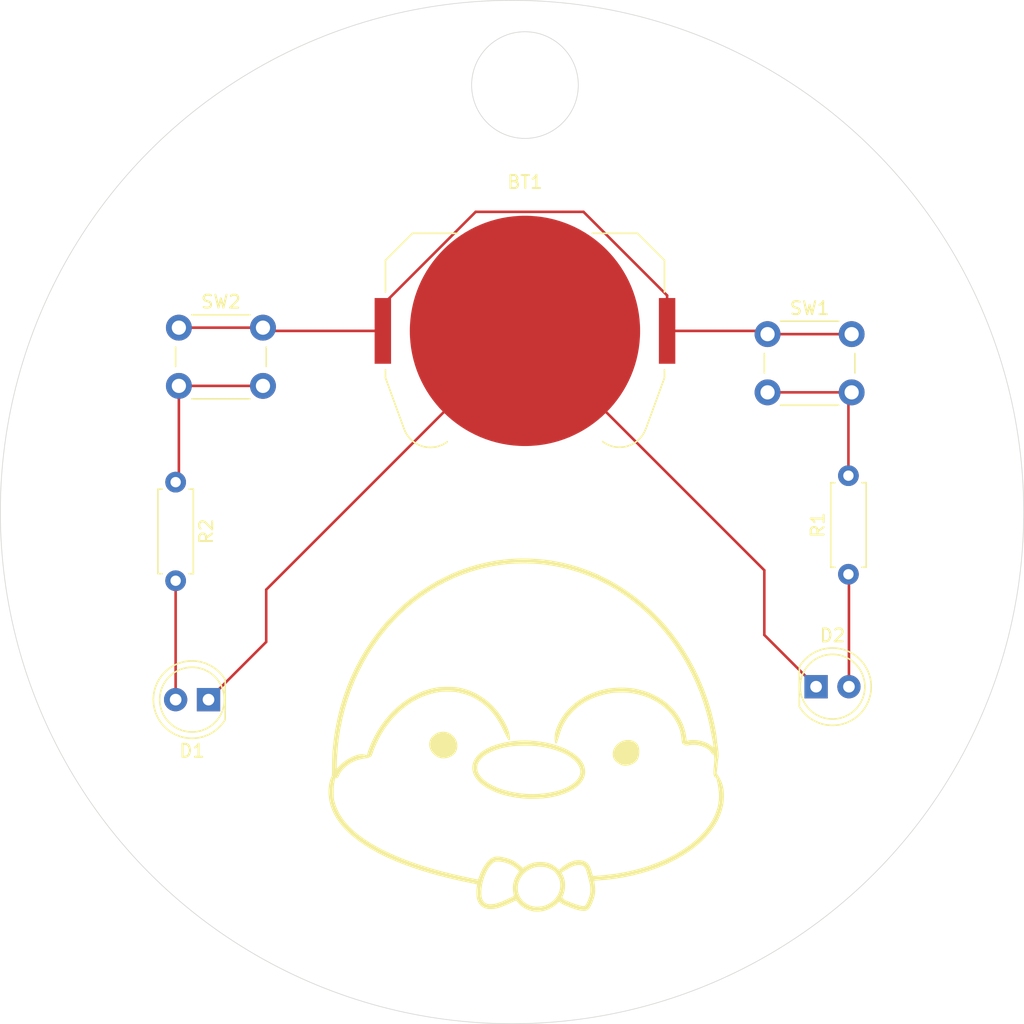
<source format=kicad_pcb>
(kicad_pcb (version 20241229) (generator "pcbnew") (generator_version "9.0")
  (layers (0 "F.Cu" signal) (2 "B.Cu" signal) (13 "F.Paste" user) (15 "B.Paste" user) (5 "F.SilkS" user "F.Silkscreen") (7 "B.SilkS" user "B.Silkscreen") (1 "F.Mask" user) (3 "B.Mask" user) (25 "Edge.Cuts" user))
  (net 0 "")
  (net 1 "Net-(BT1-+)")
  (net 2 "Net-(BT1--)")
  (net 3 "Net-(D1-A)")
  (net 4 "Net-(D2-A)")
  (net 5 "Net-(R1-Pad2)")
  (net 6 "Net-(R2-Pad1)")
  (footprint "LED_THT:LED_D5.0mm" (layer "F.Cu") (at 167.5 91.5)
    (property "Reference" "D2" (at 1.27 -3.96 0) (layer "F.SilkS"))
    (property "Value" "LED")
    (fp_line (start -1.29 -1.545) (end -1.29 1.545) (stroke (width 0.12)) (layer "F.SilkS"))
    (fp_arc (start -1.29 -1.54483) (mid 2.071779 -2.880495) (end 4.26 0) (stroke (width 0.12)) (layer "F.SilkS"))
    (fp_arc (start 4.26 0) (mid 2.071779 2.880495) (end -1.29 1.54483) (stroke (width 0.12)) (layer "F.SilkS"))
    (fp_circle (center 1.27 0) (end 3.77 0) (stroke (width 0.12)) (fill no) (layer "F.SilkS"))
    (pad "1" thru_hole rect (at 0 0) (size 1.8 1.8) (drill 0.9) (layers "*.Cu" "*.Mask") (net 2 "Net-(BT1--)"))
    (pad "2" thru_hole circle (at 2.54 0) (size 1.8 1.8) (drill 0.9) (layers "*.Cu" "*.Mask") (net 4 "Net-(D2-A)"))
  )
  (footprint "Resistor_THT:R_Axial_DIN0207_L6.3mm_D2.5mm_P7.62mm_Horizontal" (layer "F.Cu") (at 170 82.81 90)
    (property "Reference" "R1" (at 3.81 -2.37 90) (layer "F.SilkS"))
    (property "Value" "R")
    (fp_line (start 7.08 -1.37) (end 7.08 -1.04) (stroke (width 0.12)) (layer "F.SilkS"))
    (fp_line (start 0.54 -1.37) (end 7.08 -1.37) (stroke (width 0.12)) (layer "F.SilkS"))
    (fp_line (start 0.54 -1.04) (end 0.54 -1.37) (stroke (width 0.12)) (layer "F.SilkS"))
    (fp_line (start 0.54 1.04) (end 0.54 1.37) (stroke (width 0.12)) (layer "F.SilkS"))
    (fp_line (start 7.08 1.37) (end 7.08 1.04) (stroke (width 0.12)) (layer "F.SilkS"))
    (fp_line (start 0.54 1.37) (end 7.08 1.37) (stroke (width 0.12)) (layer "F.SilkS"))
    (pad "1" thru_hole circle (at 0 0 90) (size 1.6 1.6) (drill 0.8) (layers "*.Cu" "*.Mask") (net 4 "Net-(D2-A)"))
    (pad "2" thru_hole circle (at 7.62 0 90) (size 1.6 1.6) (drill 0.8) (layers "*.Cu" "*.Mask") (net 5 "Net-(R1-Pad2)"))
  )
  (footprint "LED_THT:LED_D5.0mm" (layer "F.Cu") (at 120.54 92.5 180)
    (property "Reference" "D1" (at 1.27 -3.96 0) (layer "F.SilkS"))
    (property "Value" "LED")
    (fp_line (start -1.29 -1.545) (end -1.29 1.545) (stroke (width 0.12)) (layer "F.SilkS"))
    (fp_arc (start 4.26 0) (mid 2.071779 2.880495) (end -1.29 1.54483) (stroke (width 0.12)) (layer "F.SilkS"))
    (fp_arc (start -1.29 -1.54483) (mid 2.071779 -2.880495) (end 4.26 0) (stroke (width 0.12)) (layer "F.SilkS"))
    (fp_circle (center 1.27 0) (end 3.77 0) (stroke (width 0.12)) (fill no) (layer "F.SilkS"))
    (pad "1" thru_hole rect (at 0 0 180) (size 1.8 1.8) (drill 0.9) (layers "*.Cu" "*.Mask") (net 2 "Net-(BT1--)"))
    (pad "2" thru_hole circle (at 2.54 0 180) (size 1.8 1.8) (drill 0.9) (layers "*.Cu" "*.Mask") (net 3 "Net-(D1-A)"))
  )
  (footprint "Button_Switch_THT:SW_PUSH_6mm" (layer "F.Cu") (at 118.25 63.75)
    (property "Reference" "SW2" (at 3.25 -2 0) (layer "F.SilkS"))
    (property "Value" "SW_Push")
    (fp_line (start -0.25 1.5) (end -0.25 3) (stroke (width 0.12)) (layer "F.SilkS"))
    (fp_line (start 1 5.5) (end 5.5 5.5) (stroke (width 0.12)) (layer "F.SilkS"))
    (fp_line (start 5.5 -1) (end 1 -1) (stroke (width 0.12)) (layer "F.SilkS"))
    (fp_line (start 6.75 3) (end 6.75 1.5) (stroke (width 0.12)) (layer "F.SilkS"))
    (pad "1" thru_hole circle (at 0 0 90) (size 2 2) (drill 1.1) (layers "*.Cu" "*.Mask") (net 1 "Net-(BT1-+)"))
    (pad "1" thru_hole circle (at 6.5 0 90) (size 2 2) (drill 1.1) (layers "*.Cu" "*.Mask") (net 1 "Net-(BT1-+)"))
    (pad "2" thru_hole circle (at 0 4.5 90) (size 2 2) (drill 1.1) (layers "*.Cu" "*.Mask") (net 6 "Net-(R2-Pad1)"))
    (pad "2" thru_hole circle (at 6.5 4.5 90) (size 2 2) (drill 1.1) (layers "*.Cu" "*.Mask") (net 6 "Net-(R2-Pad1)"))
  )
  (footprint "Button_Switch_THT:SW_PUSH_6mm" (layer "F.Cu") (at 163.75 64.25)
    (property "Reference" "SW1" (at 3.25 -2 0) (layer "F.SilkS"))
    (property "Value" "SW_Push")
    (fp_line (start -0.25 1.5) (end -0.25 3) (stroke (width 0.12)) (layer "F.SilkS"))
    (fp_line (start 1 5.5) (end 5.5 5.5) (stroke (width 0.12)) (layer "F.SilkS"))
    (fp_line (start 5.5 -1) (end 1 -1) (stroke (width 0.12)) (layer "F.SilkS"))
    (fp_line (start 6.75 3) (end 6.75 1.5) (stroke (width 0.12)) (layer "F.SilkS"))
    (pad "1" thru_hole circle (at 0 0 90) (size 2 2) (drill 1.1) (layers "*.Cu" "*.Mask") (net 1 "Net-(BT1-+)"))
    (pad "1" thru_hole circle (at 6.5 0 90) (size 2 2) (drill 1.1) (layers "*.Cu" "*.Mask") (net 1 "Net-(BT1-+)"))
    (pad "2" thru_hole circle (at 0 4.5 90) (size 2 2) (drill 1.1) (layers "*.Cu" "*.Mask") (net 5 "Net-(R1-Pad2)"))
    (pad "2" thru_hole circle (at 6.5 4.5 90) (size 2 2) (drill 1.1) (layers "*.Cu" "*.Mask") (net 5 "Net-(R1-Pad2)"))
  )
  (footprint "Resistor_THT:R_Axial_DIN0207_L6.3mm_D2.5mm_P7.62mm_Horizontal" (layer "F.Cu") (at 118 75.69 -90)
    (property "Reference" "R2" (at 3.81 -2.37 90) (layer "F.SilkS"))
    (property "Value" "R")
    (fp_line (start 0.54 1.37) (end 7.08 1.37) (stroke (width 0.12)) (layer "F.SilkS"))
    (fp_line (start 7.08 1.37) (end 7.08 1.04) (stroke (width 0.12)) (layer "F.SilkS"))
    (fp_line (start 0.54 1.04) (end 0.54 1.37) (stroke (width 0.12)) (layer "F.SilkS"))
    (fp_line (start 0.54 -1.04) (end 0.54 -1.37) (stroke (width 0.12)) (layer "F.SilkS"))
    (fp_line (start 0.54 -1.37) (end 7.08 -1.37) (stroke (width 0.12)) (layer "F.SilkS"))
    (fp_line (start 7.08 -1.37) (end 7.08 -1.04) (stroke (width 0.12)) (layer "F.SilkS"))
    (pad "1" thru_hole circle (at 0 0 270) (size 1.6 1.6) (drill 0.8) (layers "*.Cu" "*.Mask") (net 6 "Net-(R2-Pad1)"))
    (pad "2" thru_hole circle (at 7.62 0 270) (size 1.6 1.6) (drill 0.8) (layers "*.Cu" "*.Mask") (net 3 "Net-(D1-A)"))
  )
  (footprint "LOGO" (layer "F.Cu") (at 145.5 94)
    (property "Reference" "G***" (hide yes))
    (property "Value" "LOGO" (hide yes))
    (fp_poly (pts (xy -6.623602 0.992891) (xy -6.444611 1.041945) (xy -6.277984 1.125805) (xy -6.119757 1.246193) (xy -6.054062 1.308861) (xy -5.918017 1.46796) (xy -5.81948 1.633529) (xy -5.756973 1.809356) (xy -5.72902 1.999227) (xy -5.729175 2.141697) (xy -5.747791 2.301161) (xy -5.787489 2.437122) (xy -5.852615 2.561387) (xy -5.915156 2.647112) (xy -6.041566 2.774268) (xy -6.194738 2.879811) (xy -6.367382 2.961295) (xy -6.552207 3.016273) (xy -6.741921 3.0423) (xy -6.929234 3.036928) (xy -7.026775 3.020119) (xy -7.199862 2.962896) (xy -7.361883 2.875439) (xy -7.509394 2.76247) (xy -7.638951 2.628715) (xy -7.74711 2.478898) (xy -7.830428 2.317743) (xy -7.88546 2.149973) (xy -7.908763 1.980314) (xy -7.898769 1.823975) (xy -7.849638 1.648913) (xy -7.76689 1.487082) (xy -7.654697 1.341751) (xy -7.517229 1.216193) (xy -7.358656 1.11368) (xy -7.18315 1.037482) (xy -6.99488 0.990871) (xy -6.818924 0.976922)) (fill yes) (layer "F.SilkS"))
    (fp_poly (pts (xy 7.718711 1.640951) (xy 7.883056 1.697669) (xy 8.032915 1.785482) (xy 8.107663 1.847529) (xy 8.203008 1.957689) (xy 8.27261 2.087292) (xy 8.31744 2.239597) (xy 8.338472 2.417867) (xy 8.337127 2.617329) (xy 8.314066 2.822436) (xy 8.267414 2.99849) (xy 8.194872 3.149205) (xy 8.094138 3.278297) (xy 7.962911 3.389479) (xy 7.798893 3.486467) (xy 7.798856 3.486485) (xy 7.648458 3.547502) (xy 7.483899 3.589228) (xy 7.317068 3.609938) (xy 7.159853 3.607908) (xy 7.065467 3.592885) (xy 6.951427 3.555122) (xy 6.826515 3.495619) (xy 6.70122 3.421028) (xy 6.586029 3.338001) (xy 6.491429 3.253189) (xy 6.445541 3.199702) (xy 6.368607 3.083877) (xy 6.318869 2.977096) (xy 6.291721 2.865692) (xy 6.282559 2.736003) (xy 6.282449 2.715845) (xy 6.290663 2.568133) (xy 6.317862 2.437872) (xy 6.368215 2.31057) (xy 6.43281 2.193073) (xy 6.547932 2.035098) (xy 6.68526 1.900647) (xy 6.840209 1.790667) (xy 7.00819 1.706105) (xy 7.184617 1.647905) (xy 7.364904 1.617016) (xy 7.544464 1.614382)) (fill yes) (layer "F.SilkS"))
    (fp_poly (pts (xy -0.073557 1.66673) (xy 0.340706 1.699596) (xy 0.746835 1.751885) (xy 1.142275 1.822736) (xy 1.524474 1.911282) (xy 1.890876 2.016662) (xy 2.238927 2.138011) (xy 2.566073 2.274466) (xy 2.869761 2.425162) (xy 3.147435 2.589237) (xy 3.396543 2.765825) (xy 3.614528 2.954064) (xy 3.798838 3.15309) (xy 3.902341 3.29223) (xy 3.975382 3.407027) (xy 4.02971 3.509588) (xy 4.073271 3.616247) (xy 4.101457 3.701597) (xy 4.147833 3.914622) (xy 4.156158 4.126056) (xy 4.127457 4.334407) (xy 4.062757 4.538182) (xy 3.963082 4.735887) (xy 3.829459 4.92603) (xy 3.662913 5.107118) (xy 3.464469 5.277658) (xy 3.235155 5.436157) (xy 2.975994 5.581122) (xy 2.733867 5.692227) (xy 2.376678 5.82759) (xy 2.007597 5.939399) (xy 1.620063 6.029291) (xy 1.207511 6.098904) (xy 0.996461 6.125852) (xy 0.904614 6.134237) (xy 0.782758 6.142098) (xy 0.638374 6.149242) (xy 0.478941 6.155475) (xy 0.311941 6.160603) (xy 0.144855 6.164431) (xy -0.014837 6.166767) (xy -0.159653 6.167415) (xy -0.282114 6.166182) (xy -0.374738 6.162875) (xy -0.39077 6.16182) (xy -0.449476 6.156942) (xy -0.53665 6.149029) (xy -0.641889 6.139052) (xy -0.754791 6.127987) (xy -0.791309 6.124328) (xy -1.215802 6.070333) (xy -1.627522 5.995751) (xy -2.02359 5.901691) (xy -2.401128 5.78926) (xy -2.757258 5.659567) (xy -3.089102 5.513719) (xy -3.393781 5.352825) (xy -3.668419 5.177993) (xy -3.910136 4.990331) (xy -4.034575 4.87559) (xy -4.216 4.677426) (xy -4.359112 4.478295) (xy -4.464669 4.276521) (xy -4.533429 4.070424) (xy -4.56615 3.858326) (xy -4.56698 3.761153) (xy -4.188921 3.761153) (xy -4.182757 3.897137) (xy -4.161896 4.014838) (xy -4.1224 4.126924) (xy -4.060333 4.246067) (xy -4.015918 4.317999) (xy -3.876621 4.501707) (xy -3.701728 4.676902) (xy -3.493967 4.842711) (xy -3.256065 4.99826) (xy -2.990749 5.142676) (xy -2.700746 5.275083) (xy -2.388784 5.394609) (xy -2.057589 5.50038) (xy -1.70989 5.591522) (xy -1.348414 5.66716) (xy -0.975887 5.726422) (xy -0.595037 5.768434) (xy -0.208592 5.792321) (xy 0.180722 5.797211) (xy 0.556845 5.78308) (xy 0.992931 5.744746) (xy 1.403986 5.686544) (xy 1.788693 5.608937) (xy 2.145734 5.512385) (xy 2.473793 5.397353) (xy 2.771551 5.264302) (xy 3.037693 5.113693) (xy 3.270899 4.94599) (xy 3.469854 4.761654) (xy 3.470679 4.760779) (xy 3.606037 4.594005) (xy 3.702718 4.423065) (xy 3.7608 4.248809) (xy 3.780358 4.072087) (xy 3.76147 3.89375) (xy 3.704212 3.714649) (xy 3.608661 3.535635) (xy 3.474894 3.357557) (xy 3.330464 3.206865) (xy 3.108693 3.020372) (xy 2.852212 2.847004) (xy 2.563454 2.687731) (xy 2.244848 2.543525) (xy 1.898824 2.415358) (xy 1.527814 2.304202) (xy 1.134247 2.211028) (xy 0.720555 2.136808) (xy 0.615461 2.121494) (xy 0.302717 2.086371) (xy -0.031853 2.064098) (xy -0.379983 2.054443) (xy -0.733407 2.057175) (xy -1.083857 2.072063) (xy -1.423068 2.098876) (xy -1.742774 2.137382) (xy -2.034707 2.187349) (xy -2.080847 2.196939) (xy -2.414193 2.278798) (xy -2.725653 2.376636) (xy -3.013182 2.489217) (xy -3.274733 2.615305) (xy -3.508262 2.753664) (xy -3.711723 2.903057) (xy -3.88307 3.062249) (xy -4.020259 3.230004) (xy -4.121242 3.405086) (xy -4.136038 3.438768) (xy -4.161768 3.505963) (xy -4.177647 3.566272) (xy -4.185906 3.633305) (xy -4.188777 3.72067) (xy -4.188921 3.761153) (xy -4.56698 3.761153) (xy -4.567543 3.695248) (xy -4.537574 3.482418) (xy -4.470217 3.27613) (xy -4.366775 3.077449) (xy -4.228551 2.887437) (xy -4.056849 2.707159) (xy -3.85297 2.537678) (xy -3.618219 2.380059) (xy -3.353897 2.235364) (xy -3.061309 2.104658) (xy -2.741757 1.989005) (xy -2.396544 1.889468) (xy -2.337621 1.874768) (xy -2.048212 1.808004) (xy -1.782809 1.75565) (xy -1.52983 1.715979) (xy -1.277692 1.687263) (xy -1.014815 1.667773) (xy -0.916267 1.662727) (xy -0.493399 1.654153)) (fill yes) (layer "F.SilkS"))
    (fp_poly (pts (xy -0.090964 -12.399518) (xy 0.387655 -12.376811) (xy 0.849851 -12.338068) (xy 1.305545 -12.282553) (xy 1.523999 -12.249873) (xy 2.252938 -12.11479) (xy 2.971695 -11.942155) (xy 3.6795 -11.732338) (xy 4.375581 -11.485715) (xy 5.059166 -11.202657) (xy 5.729484 -10.883539) (xy 6.385763 -10.528733) (xy 7.027231 -10.138613) (xy 7.653118 -9.713553) (xy 8.262652 -9.253924) (xy 8.855061 -8.760102) (xy 8.997461 -8.633979) (xy 9.120411 -8.520841) (xy 9.263206 -8.384498) (xy 9.420097 -8.230821) (xy 9.585337 -8.06568) (xy 9.753178 -7.894945) (xy 9.917873 -7.724485) (xy 10.073673 -7.56017) (xy 10.214831 -7.40787) (xy 10.3356 -7.273456) (xy 10.382539 -7.219462) (xy 10.898037 -6.588666) (xy 11.381002 -5.936279) (xy 11.831269 -5.26261) (xy 12.248669 -4.567967) (xy 12.633035 -3.852658) (xy 12.9842 -3.116991) (xy 13.301996 -2.361274) (xy 13.586258 -1.585814) (xy 13.793485 -0.937847) (xy 13.871986 -0.666321) (xy 13.947873 -0.385782) (xy 14.020056 -0.101329) (xy 14.087446 0.18194) (xy 14.148955 0.458929) (xy 14.203494 0.724539) (xy 14.249974 0.973673) (xy 14.287306 1.201234) (xy 14.314401 1.402123) (xy 14.330171 1.571244) (xy 14.330497 1.576393) (xy 14.339129 1.67524) (xy 14.353483 1.796882) (xy 14.371553 1.925808) (xy 14.39112 2.045316) (xy 14.412372 2.176806) (xy 14.433172 2.327449) (xy 14.450945 2.477379) (xy 14.461883 2.591073) (xy 14.470565 2.704965) (xy 14.474887 2.79127) (xy 14.474407 2.86128) (xy 14.468683 2.926289) (xy 14.457273 2.997588) (xy 14.443141 3.069765) (xy 14.423276 3.181582) (xy 14.405712 3.30547) (xy 14.393291 3.42047) (xy 14.390459 3.458307) (xy 14.383751 3.549844) (xy 14.373697 3.66598) (xy 14.361601 3.792518) (xy 14.348766 3.915256) (xy 14.347355 3.928) (xy 14.315714 4.212078) (xy 14.408695 4.338308) (xy 14.468202 4.428371) (xy 14.534753 4.544176) (xy 14.602703 4.674507) (xy 14.666407 4.808146) (xy 14.720221 4.933876) (xy 14.75241 5.021384) (xy 14.809764 5.236956) (xy 14.849953 5.479385) (xy 14.872633 5.740252) (xy 14.877456 6.01114) (xy 14.864077 6.283631) (xy 14.832149 6.54931) (xy 14.818531 6.628429) (xy 14.727054 7.015622) (xy 14.597712 7.397215) (xy 14.431431 7.772325) (xy 14.229137 8.140072) (xy 13.991755 8.499575) (xy 13.720212 8.849952) (xy 13.415433 9.190322) (xy 13.078344 9.519804) (xy 12.709871 9.837516) (xy 12.31094 10.142577) (xy 11.882476 10.434106) (xy 11.425406 10.711222) (xy 10.940656 10.973043) (xy 10.42915 11.218688) (xy 9.891816 11.447276) (xy 9.661768 11.536806) (xy 9.066556 11.745667) (xy 8.445072 11.931866) (xy 7.803821 12.094026) (xy 7.149304 12.230768) (xy 6.488024 12.340711) (xy 5.826484 12.422478) (xy 5.266288 12.468958) (xy 5.147355 12.477031) (xy 5.041553 12.485168) (xy 4.955164 12.492809) (xy 4.894467 12.499392) (xy 4.865746 12.504358) (xy 4.864745 12.504819) (xy 4.859975 12.528759) (xy 4.86449 12.585098) (xy 4.87771 12.668424) (xy 4.887808 12.720501) (xy 4.920905 12.943815) (xy 4.932766 13.176322) (xy 4.9235 13.405262) (xy 4.893217 13.617877) (xy 4.879593 13.678419) (xy 4.831991 13.846736) (xy 4.772072 14.021379) (xy 4.703446 14.194076) (xy 4.629722 14.356558) (xy 4.554509 14.500555) (xy 4.481414 14.617795) (xy 4.452978 14.656106) (xy 4.401393 14.70676) (xy 4.332162 14.757036) (xy 4.286986 14.782536) (xy 4.236575 14.805939) (xy 4.193701 14.820557) (xy 4.147537 14.827824) (xy 4.087256 14.829171) (xy 4.00203 14.826032) (xy 3.970308 14.824447) (xy 3.833803 14.811522) (xy 3.687088 14.785446) (xy 3.525226 14.744858) (xy 3.34328 14.688399) (xy 3.13631 14.614708) (xy 2.955946 14.545035) (xy 2.771246 14.470703) (xy 2.619617 14.407223) (xy 2.497185 14.352727) (xy 2.400073 14.305346) (xy 2.324406 14.263209) (xy 2.266307 14.224448) (xy 2.230491 14.195174) (xy 2.149494 14.121999) (xy 1.992965 14.26925) (xy 1.763921 14.45881) (xy 1.514374 14.616896) (xy 1.248466 14.741197) (xy 1.00623 14.820269) (xy 0.863585 14.849766) (xy 0.700094 14.870396) (xy 0.52826 14.881578) (xy 0.360587 14.882732) (xy 0.209579 14.873277) (xy 0.126014 14.861116) (xy -0.11868 14.802385) (xy -0.337902 14.723351) (xy -0.541743 14.619903) (xy -0.674618 14.53497) (xy -0.757109 14.471959) (xy -0.848045 14.392787) (xy -0.939228 14.305592) (xy -1.022459 14.218512) (xy -1.089541 14.139686) (xy -1.127851 14.085062) (xy -1.157413 14.046469) (xy -1.184338 14.02874) (xy -1.186076 14.028615) (xy -1.210737 14.036651) (xy -1.264786 14.059045) (xy -1.342393 14.093224) (xy -1.437728 14.136612) (xy -1.544961 14.186637) (xy -1.557979 14.192787) (xy -1.824055 14.31586) (xy -2.061051 14.419155) (xy -2.272844 14.503888) (xy -2.463309 14.571278) (xy -2.636323 14.622544) (xy -2.795764 14.658904) (xy -2.945506 14.681574) (xy -3.089428 14.691775) (xy -3.148762 14.692633) (xy -3.35581 14.680016) (xy -3.536943 14.641624) (xy -3.697153 14.575593) (xy -3.841432 14.480059) (xy -3.928964 14.401329) (xy -4.036942 14.276194) (xy -4.120643 14.137651) (xy -4.1853 13.976115) (xy -4.212555 13.882076) (xy -4.227986 13.797125) (xy -4.239267 13.682692) (xy -4.246295 13.548162) (xy -4.248967 13.402919) (xy -4.248196 13.339651) (xy -3.876084 13.339651) (xy -3.874201 13.54903) (xy -3.852466 13.736783) (xy -3.809782 13.897676) (xy -3.808206 13.901926) (xy -3.737701 14.044478) (xy -3.643197 14.156706) (xy -3.522397 14.240728) (xy -3.380155 14.296651) (xy -3.289709 14.311755) (xy -3.17235 14.315433) (xy -3.038324 14.308356) (xy -2.897873 14.291194) (xy -2.761243 14.26462) (xy -2.715847 14.253118) (xy -2.618134 14.22405) (xy -2.501313 14.185448) (xy -2.38225 14.143041) (xy -2.305539 14.113739) (xy -2.224721 14.080332) (xy -2.126186 14.037431) (xy -2.015524 13.987697) (xy -1.898323 13.933791) (xy -1.780173 13.878372) (xy -1.666662 13.824101) (xy -1.563379 13.77364) (xy -1.475914 13.729647) (xy -1.409856 13.694785) (xy -1.370792 13.671712) (xy -1.362817 13.664976) (xy -1.362345 13.638952) (xy -1.370641 13.5858) (xy -1.385978 13.516031) (xy -1.389721 13.501076) (xy -1.432978 13.254369) (xy -1.438247 13.061461) (xy -1.059801 13.061461) (xy -1.041962 13.299351) (xy -0.987904 13.522931) (xy -0.897105 13.733791) (xy -0.776089 13.924112) (xy -0.636693 14.080775) (xy -0.467633 14.218889) (xy -0.275414 14.334708) (xy -0.066537 14.424485) (xy 0.152496 14.484474) (xy 0.215691 14.495566) (xy 0.344331 14.506913) (xy 0.495558 14.506977) (xy 0.654796 14.496561) (xy 0.807469 14.476465) (xy 0.898768 14.458) (xy 1.11949 14.386957) (xy 1.336883 14.28254) (xy 1.542501 14.150116) (xy 1.7279 13.995052) (xy 1.870628 13.840403) (xy 2.015275 13.633483) (xy 2.121988 13.418683) (xy 2.191444 13.194136) (xy 2.22432 12.957971) (xy 2.227384 12.856307) (xy 2.220393 12.682708) (xy 2.197339 12.527656) (xy 2.155103 12.382143) (xy 2.090563 12.237164) (xy 2.0006 12.083713) (xy 1.917387 11.961601) (xy 1.850965 11.876132) (xy 2.329053 11.876132) (xy 2.340155 11.898158) (xy 2.364893 11.94655) (xy 2.398987 12.01295) (xy 2.420109 12.053988) (xy 2.507032 12.250079) (xy 2.565106 12.448754) (xy 2.59681 12.660652) (xy 2.604853 12.846538) (xy 2.596797 13.058343) (xy 2.568595 13.250375) (xy 2.517131 13.43803) (xy 2.449939 13.612212) (xy 2.380732 13.773342) (xy 2.435943 13.847248) (xy 2.466476 13.887028) (xy 2.494529 13.918147) (xy 2.526654 13.944638) (xy 2.569404 13.970537) (xy 2.629329 13.999876) (xy 2.712984 14.036691) (xy 2.811615 14.078553) (xy 3.031753 14.169727) (xy 3.22323 14.244963) (xy 3.392018 14.306425) (xy 3.544089 14.356274) (xy 3.685414 14.396673) (xy 3.702538 14.401144) (xy 3.842629 14.434234) (xy 3.951957 14.452371) (xy 4.035781 14.455748) (xy 4.099362 14.444556) (xy 4.147959 14.418986) (xy 4.149957 14.417439) (xy 4.184137 14.377839) (xy 4.227669 14.308337) (xy 4.277118 14.215958) (xy 4.329048 14.107725) (xy 4.380025 13.990661) (xy 4.426612 13.871792) (xy 4.451783 13.800277) (xy 4.497468 13.651563) (xy 4.527856 13.518858) (xy 4.544883 13.388073) (xy 4.550486 13.245122) (xy 4.547687 13.102812) (xy 4.544004 13.021002) (xy 4.538853 12.948934) (xy 4.530983 12.879767) (xy 4.519142 12.806664) (xy 4.50208 12.722782) (xy 4.478545 12.621283) (xy 4.447287 12.495326) (xy 4.409691 12.348307) (xy 4.360752 12.159235) (xy 4.319819 12.003885) (xy 4.285543 11.878037) (xy 4.256578 11.777471) (xy 4.231572 11.69797) (xy 4.209179 11.635313) (xy 4.188049 11.585281) (xy 4.166835 11.543656) (xy 4.144186 11.506217) (xy 4.137077 11.49542) (xy 4.049549 11.397858) (xy 3.938502 11.329097) (xy 3.806661 11.288985) (xy 3.656755 11.277372) (xy 3.491508 11.294109) (xy 3.313648 11.339043) (xy 3.125902 11.412026) (xy 2.930996 11.512907) (xy 2.842504 11.566838) (xy 2.744279 11.627827) (xy 2.637372 11.691521) (xy 2.537469 11.748685) (xy 2.485185 11.77719) (xy 2.415692 11.815592) (xy 2.36245 11.848097) (xy 2.332722 11.870105) (xy 2.329053 11.876132) (xy 1.850965 11.876132) (xy 1.829836 11.848944) (xy 1.740881 11.758728) (xy 1.640861 11.683515) (xy 1.520115 11.615867) (xy 1.394225 11.558867) (xy 1.253592 11.503271) (xy 1.130434 11.464316) (xy 1.011483 11.439394) (xy 0.883474 11.425895) (xy 0.733139 11.421212) (xy 0.693615 11.421108) (xy 0.567609 11.422615) (xy 0.469111 11.427546) (xy 0.386617 11.437076) (xy 0.30862 11.452381) (xy 0.255305 11.465869) (xy 0.000925 11.553218) (xy -0.232507 11.671657) (xy -0.442666 11.819287) (xy -0.627228 11.994211) (xy -0.783868 12.194533) (xy -0.909479 12.416691) (xy -0.981914 12.588861) (xy -1.028858 12.748968) (xy -1.053651 12.911329) (xy -1.059801 13.061461) (xy -1.438247 13.061461) (xy -1.439896 13.001095) (xy -1.411506 12.74611) (xy -1.34884 12.494266) (xy -1.25293 12.250419) (xy -1.124807 12.019424) (xy -1.052754 11.915325) (xy -0.953224 11.781067) (xy -1.005386 11.712679) (xy -1.08499 11.62554) (xy -1.193713 11.531414) (xy -1.323634 11.435781) (xy -1.466837 11.344121) (xy -1.615403 11.261913) (xy -1.742755 11.202389) (xy -1.902258 11.142154) (xy -2.07094 11.091156) (xy -2.241029 11.050817) (xy -2.404756 11.022557) (xy -2.55435 11.007798) (xy -2.682042 11.007963) (xy -2.753229 11.017503) (xy -2.858355 11.053212) (xy -2.962281 11.116266) (xy -3.067818 11.209184) (xy -3.177781 11.334481) (xy -3.294982 11.494674) (xy -3.307966 11.513835) (xy -3.425451 11.707892) (xy -3.53185 11.922176) (xy -3.626068 12.151454) (xy -3.707009 12.390494) (xy -3.773577 12.634066) (xy -3.824676 12.876937) (xy -3.859211 13.113876) (xy -3.876084 13.339651) (xy -4.248196 13.339651) (xy -4.24718 13.256348) (xy -4.24083 13.117834) (xy -4.229816 12.996762) (xy -4.222817 12.947448) (xy -4.212257 12.874443) (xy -4.206753 12.817363) (xy -4.207186 12.786196) (xy -4.208345 12.783604) (xy -4.229729 12.776913) (xy -4.284077 12.763847) (xy -4.366016 12.745583) (xy -4.470169 12.7233) (xy -4.591161 12.698176) (xy -4.683742 12.67938) (xy -5.547947 12.496649) (xy -6.379845 12.302707) (xy -7.179042 12.097721) (xy -7.945142 11.881857) (xy -8.67775 11.655282) (xy -9.376472 11.418162) (xy -10.04091 11.170663) (xy -10.670672 10.912952) (xy -11.265361 10.645196) (xy -11.824581 10.36756) (xy -12.347939 10.080212) (xy -12.835038 9.783317) (xy -13.285484 9.477042) (xy -13.698881 9.161554) (xy -14.074833 8.837018) (xy -14.283396 8.636895) (xy -14.582337 8.318559) (xy -14.843311 7.999149) (xy -15.06742 7.676794) (xy -15.255769 7.349626) (xy -15.409457 7.015776) (xy -15.529589 6.673376) (xy -15.599114 6.406332) (xy -15.646365 6.145125) (xy -15.674248 5.877168) (xy -15.683205 5.608467) (xy -15.681394 5.558414) (xy -15.287995 5.558414) (xy -15.287963 5.646615) (xy -15.287178 5.798298) (xy -15.285167 5.918314) (xy -15.281419 6.014067) (xy -15.275424 6.09296) (xy -15.266669 6.162396) (xy -15.254645 6.229778) (xy -15.244391 6.277974) (xy -15.145402 6.634968) (xy -15.009073 6.984144) (xy -14.835298 7.325611) (xy -14.623973 7.659474) (xy -14.374993 7.985842) (xy -14.088252 8.30482) (xy -13.763646 8.616517) (xy -13.401069 8.921038) (xy -13.000418 9.218492) (xy -12.561586 9.508984) (xy -12.08447 9.792623) (xy -11.568963 10.069514) (xy -11.483423 10.112941) (xy -10.923434 10.382467) (xy -10.336291 10.6403) (xy -9.720739 10.886842) (xy -9.075525 11.122495) (xy -8.399396 11.347661) (xy -7.6911 11.562741) (xy -6.949382 11.768137) (xy -6.172991 11.964251) (xy -5.360671 12.151483) (xy -4.659924 12.300091) (xy -4.523754 12.327578) (xy -4.399905 12.351958) (xy -4.293603 12.372252) (xy -4.210075 12.387481) (xy -4.154549 12.396666) (xy -4.132426 12.398886) (xy -4.119078 12.379507) (xy -4.096701 12.330174) (xy -4.068294 12.258111) (xy -4.03686 12.170544) (xy -4.033442 12.160557) (xy -3.923353 11.873939) (xy -3.794537 11.602823) (xy -3.650399 11.353176) (xy -3.494346 11.130962) (xy -3.348682 10.961603) (xy -3.220864 10.841051) (xy -3.092781 10.749036) (xy -2.958883 10.684076) (xy -2.813618 10.644691) (xy -2.651437 10.629401) (xy -2.466789 10.636724) (xy -2.254123 10.665179) (xy -2.243981 10.666903) (xy -1.925561 10.739375) (xy -1.623621 10.844258) (xy -1.341175 10.980084) (xy -1.081238 11.145383) (xy -0.846824 11.338687) (xy -0.827217 11.357278) (xy -0.667741 11.510243) (xy -0.535711 11.419852) (xy -0.288903 11.271779) (xy -0.034563 11.161132) (xy 0.230269 11.08706) (xy 0.508553 11.048712) (xy 0.771768 11.043999) (xy 1.047914 11.068768) (xy 1.30001 11.123916) (xy 1.528977 11.209763) (xy 1.735735 11.326629) (xy 1.863686 11.423618) (xy 1.974992 11.516175) (xy 2.059673 11.582828) (xy 2.119292 11.624738) (xy 2.155414 11.643061) (xy 2.16153 11.644122) (xy 2.185001 11.630502) (xy 2.222789 11.594458) (xy 2.255346 11.557366) (xy 2.342742 11.466062) (xy 2.46049 11.369225) (xy 2.611262 11.264793) (xy 2.732109 11.189532) (xy 2.961258 11.068069) (xy 3.188413 10.979532) (xy 3.410841 10.92424) (xy 3.625812 10.90251) (xy 3.830594 10.914661) (xy 4.022455 10.961011) (xy 4.164504 11.022767) (xy 4.270092 11.089621) (xy 4.361552 11.17203) (xy 4.441531 11.27431) (xy 4.512677 11.400773) (xy 4.57764 11.555734) (xy 4.639067 11.743507) (xy 4.666383 11.840307) (xy 4.70281 11.968118) (xy 4.732443 12.057704) (xy 4.755371 12.10931) (xy 4.76994 12.123499) (xy 4.822572 12.121802) (xy 4.906333 12.117372) (xy 5.013412 12.110753) (xy 5.135999 12.102491) (xy 5.266285 12.093129) (xy 5.396457 12.083213) (xy 5.518707 12.073287) (xy 5.625223 12.063895) (xy 5.627076 12.063723) (xy 6.323798 11.983665) (xy 7.006857 11.875143) (xy 7.674443 11.738822) (xy 8.324745 11.575364) (xy 8.955953 11.385432) (xy 9.566258 11.16969) (xy 10.153848 10.928802) (xy 10.716914 10.66343) (xy 11.253646 10.374237) (xy 11.762232 10.061888) (xy 12.240864 9.727046) (xy 12.455768 9.561444) (xy 12.561245 9.473189) (xy 12.684714 9.362673) (xy 12.82 9.236047) (xy 12.960929 9.099459) (xy 13.101324 8.959061) (xy 13.23501 8.821003) (xy 13.355812 8.691435) (xy 13.457555 8.576506) (xy 13.516586 8.504954) (xy 13.773994 8.152254) (xy 13.992593 7.795626) (xy 14.172361 7.435116) (xy 14.313272 7.070768) (xy 14.389878 6.809153) (xy 14.447107 6.542517) (xy 14.48272 6.274097) (xy 14.496571 5.998891) (xy 14.488513 5.711898) (xy 14.458401 5.408116) (xy 14.406087 5.082546) (xy 14.331426 4.730184) (xy 14.328696 4.718538) (xy 14.302014 4.609646) (xy 14.281051 4.536209) (xy 14.264453 4.495251) (xy 14.250865 4.483796) (xy 14.238931 4.498867) (xy 14.234393 4.511417) (xy 14.218032 4.543981) (xy 14.206036 4.552461) (xy 14.191104 4.536011) (xy 14.165631 4.492521) (xy 14.134679 4.430777) (xy 14.129199 4.419018) (xy 14.100787 4.354038) (xy 14.082756 4.299802) (xy 14.07278 4.24362) (xy 14.068535 4.172804) (xy 14.067691 4.083303) (xy 14.070123 3.993865) (xy 14.076841 3.87741) (xy 14.086982 3.745658) (xy 14.09968 3.610327) (xy 14.108661 3.528015) (xy 14.123499 3.395707) (xy 14.13334 3.293073) (xy 14.138452 3.211063) (xy 14.139105 3.14063) (xy 14.135567 3.072727) (xy 14.128106 2.998306) (xy 14.125143 2.973349) (xy 14.100656 2.771698) (xy 14.025066 2.741453) (xy 13.979275 2.717196) (xy 13.939388 2.679675) (xy 13.896958 2.619876) (xy 13.871325 2.577396) (xy 13.808883 2.483527) (xy 13.739598 2.41043) (xy 13.671548 2.357303) (xy 13.439646 2.216714) (xy 13.183671 2.106867) (xy 12.903739 2.027809) (xy 12.879453 2.022637) (xy 12.766394 2.005898) (xy 12.633165 1.996677) (xy 12.492909 1.994973) (xy 12.358768 2.000787) (xy 12.243885 2.014119) (xy 12.201768 2.022621) (xy 12.086447 2.044661) (xy 11.988528 2.05192) (xy 11.913716 2.044567) (xy 11.867718 2.022773) (xy 11.859845 2.012461) (xy 11.822739 1.980165) (xy 11.78927 1.973384) (xy 11.740678 1.95901) (xy 11.68898 1.922615) (xy 11.684418 1.918193) (xy 11.653158 1.880961) (xy 11.634059 1.838318) (xy 11.622548 1.777243) (xy 11.617498 1.727693) (xy 11.590172 1.463632) (xy 11.555584 1.229791) (xy 11.511478 1.017635) (xy 11.455597 0.818629) (xy 11.385686 0.624238) (xy 11.299487 0.425927) (xy 11.242164 0.307787) (xy 11.058803 -0.014966) (xy 10.842494 -0.318942) (xy 10.595218 -0.602883) (xy 10.318955 -0.865529) (xy 10.015688 -1.105624) (xy 9.687398 -1.321906) (xy 9.336067 -1.513119) (xy 8.963676 -1.678003) (xy 8.572206 -1.815299) (xy 8.16364 -1.923749) (xy 7.739957 -2.002093) (xy 7.571153 -2.024204) (xy 7.432269 -2.036234) (xy 7.265686 -2.04408) (xy 7.080374 -2.047872) (xy 6.885304 -2.047741) (xy 6.689445 -2.043817) (xy 6.501769 -2.03623) (xy 6.331244 -2.025111) (xy 6.186841 -2.010589) (xy 6.135076 -2.003342) (xy 5.728786 -1.924834) (xy 5.327316 -1.817944) (xy 4.937386 -1.685086) (xy 4.565717 -1.528674) (xy 4.21903 -1.351119) (xy 4.064778 -1.259906) (xy 3.727068 -1.030078) (xy 3.416042 -0.776522) (xy 3.133379 -0.501309) (xy 2.880754 -0.20651) (xy 2.659846 0.105803) (xy 2.472331 0.43356) (xy 2.319887 0.77469) (xy 2.245393 0.986691) (xy 2.20916 1.101185) (xy 2.165922 1.237677) (xy 2.12051 1.380924) (xy 2.077755 1.515683) (xy 2.067725 1.547278) (xy 2.033407 1.651707) (xy 2.001008 1.743657) (xy 1.973094 1.816332) (xy 1.952232 1.862934) (xy 1.943511 1.876161) (xy 1.898654 1.897311) (xy 1.861214 1.880944) (xy 1.831529 1.827971) (xy 1.809932 1.739304) (xy 1.796761 1.615854) (xy 1.792353 1.465384) (xy 1.79704 1.305118) (xy 1.813191 1.157066) (xy 1.843119 1.009563) (xy 1.889136 0.850943) (xy 1.946205 0.689072) (xy 2.104036 0.322421) (xy 2.296113 -0.027595) (xy 2.520714 -0.359609) (xy 2.776111 -0.672253) (xy 3.060583 -0.96416) (xy 3.372402 -1.233962) (xy 3.709846 -1.480291) (xy 4.071189 -1.701779) (xy 4.454708 -1.89706) (xy 4.858676 -2.064764) (xy 5.281371 -2.203524) (xy 5.721067 -2.311972) (xy 5.733366 -2.31451) (xy 5.940496 -2.354194) (xy 6.132387 -2.384275) (xy 6.320037 -2.405795) (xy 6.514439 -2.419797) (xy 6.726591 -2.427322) (xy 6.945922 -2.42942) (xy 7.175785 -2.427291) (xy 7.377963 -2.41998) (xy 7.563637 -2.406372) (xy 7.743987 -2.385349) (xy 7.930193 -2.355795) (xy 8.133436 -2.316592) (xy 8.186615 -2.305492) (xy 8.613467 -2.198123) (xy 9.023712 -2.060594) (xy 9.415464 -1.894352) (xy 9.786838 -1.700841) (xy 10.135946 -1.481507) (xy 10.460902 -1.237796) (xy 10.759821 -0.971153) (xy 11.030815 -0.683024) (xy 11.272 -0.374855) (xy 11.481487 -0.048092) (xy 11.657392 0.295821) (xy 11.695746 0.383943) (xy 11.815832 0.710159) (xy 11.906075 1.048462) (xy 11.968238 1.406031) (xy 11.986961 1.569395) (xy 11.995181 1.639787) (xy 12.004243 1.678245) (xy 12.016847 1.691868) (xy 12.032516 1.689162) (xy 12.110188 1.659379) (xy 12.182886 1.638729) (xy 12.260864 1.62565) (xy 12.354374 1.618583) (xy 12.473671 1.615966) (xy 12.514384 1.615817) (xy 12.797598 1.632531) (xy 13.076892 1.681908) (xy 13.346115 1.761976) (xy 13.599112 1.870761) (xy 13.829729 2.00629) (xy 13.908063 2.062749) (xy 13.97091 2.10978) (xy 14.021579 2.146107) (xy 14.052459 2.166345) (xy 14.057912 2.168768) (xy 14.063912 2.150822) (xy 14.063819 2.1021) (xy 14.058505 2.030278) (xy 14.048841 1.943031) (xy 14.035697 1.848036) (xy 14.019945 1.752968) (xy 14.002456 1.665503) (xy 13.999153 1.650999) (xy 13.979851 1.56322) (xy 13.95633 1.44871) (xy 13.930925 1.319258) (xy 13.90597 1.186656) (xy 13.892755 1.113691) (xy 13.730828 0.312977) (xy 13.532285 -0.477653) (xy 13.297802 -1.256324) (xy 13.028059 -2.02116) (xy 12.723732 -2.770287) (xy 12.385499 -3.501831) (xy 12.014038 -4.213915) (xy 11.883884 -4.445001) (xy 11.478821 -5.113583) (xy 11.045055 -5.75816) (xy 10.58365 -6.377643) (xy 10.095674 -6.970947) (xy 9.582192 -7.536984) (xy 9.044269 -8.074667) (xy 8.482971 -8.58291) (xy 7.899364 -9.060626) (xy 7.294513 -9.506728) (xy 6.669485 -9.920128) (xy 6.291384 -10.148433) (xy 5.645482 -10.503077) (xy 4.989043 -10.820556) (xy 4.323312 -11.100961) (xy 3.649532 -11.344387) (xy 2.968947 -11.550926) (xy 2.282801 -11.72067) (xy 1.592338 -11.853713) (xy 0.898801 -11.950148) (xy 0.203436 -12.010068) (xy -0.492515 -12.033565) (xy -1.187807 -12.020733) (xy -1.881197 -11.971664) (xy -2.57144 -11.886452) (xy -3.257293 -11.765189) (xy -3.937512 -11.607969) (xy -4.610852 -11.414884) (xy -5.276071 -11.186027) (xy -5.931923 -10.921491) (xy -6.577165 -10.62137) (xy -7.210553 -10.285755) (xy -7.830844 -9.914741) (xy -8.436793 -9.50842) (xy -9.027156 -9.066884) (xy -9.114693 -8.997299) (xy -9.690526 -8.511004) (xy -10.241019 -7.995672) (xy -10.765468 -7.452597) (xy -11.263168 -6.883076) (xy -11.733415 -6.288403) (xy -12.175503 -5.669876) (xy -12.588728 -5.028789) (xy -12.972384 -4.366439) (xy -13.325768 -3.684121) (xy -13.648174 -2.983131) (xy -13.938897 -2.264765) (xy -14.197233 -1.530319) (xy -14.422477 -0.781087) (xy -14.613924 -0.018367) (xy -14.77087 0.756546) (xy -14.892609 1.542357) (xy -14.906532 1.650999) (xy -14.928047 1.833834) (xy -14.948407 2.027283) (xy -14.96741 2.227639) (xy -14.984855 2.431194) (xy -15.000541 2.634242) (xy -15.014264 2.833075) (xy -15.025825 3.023986) (xy -15.03502 3.203268) (xy -15.041648 3.367214) (xy -15.045507 3.512116) (xy -15.046396 3.634268) (xy -15.044113 3.729961) (xy -15.038457 3.79549) (xy -15.029225 3.827146) (xy -15.025078 3.829538) (xy -15.006084 3.817065) (xy -15.005539 3.813248) (xy -14.992135 3.789339) (xy -14.955626 3.744585) (xy -14.901567 3.684705) (xy -14.835514 3.615418) (xy -14.763023 3.542443) (xy -14.689648 3.471496) (xy -14.620947 3.408298) (xy -14.568621 3.363516) (xy -14.368125 3.212453) (xy -14.161499 3.078735) (xy -13.952748 2.963803) (xy -13.745878 2.869098) (xy -13.544893 2.79606) (xy -13.353799 2.746129) (xy -13.1766 2.720747) (xy -13.017301 2.721354) (xy -12.879907 2.749391) (xy -12.870474 2.752684) (xy -12.807555 2.775684) (xy -12.756474 2.794875) (xy -12.736988 2.802548) (xy -12.716366 2.803312) (xy -12.703101 2.779363) (xy -12.693444 2.726948) (xy -12.680897 2.671352) (xy -12.65548 2.58644) (xy -12.619603 2.478861) (xy -12.575678 2.355265) (xy -12.526116 2.222301) (xy -12.473329 2.086617) (xy -12.419728 1.954864) (xy -12.377784 1.856536) (xy -12.151082 1.379691) (xy -11.897612 0.923139) (xy -11.619023 0.488376) (xy -11.316963 0.076896) (xy -10.993083 -0.309804) (xy -10.649031 -0.670231) (xy -10.286456 -1.002887) (xy -9.907008 -1.306279) (xy -9.512337 -1.578911) (xy -9.104091 -1.819288) (xy -8.68392 -2.025914) (xy -8.253472 -2.197294) (xy -7.814398 -2.331933) (xy -7.736027 -2.351795) (xy -7.558712 -2.393626) (xy -7.401336 -2.426367) (xy -7.254664 -2.451059) (xy -7.109463 -2.468743) (xy -6.9565 -2.480461) (xy -6.786541 -2.487254) (xy -6.590351 -2.490162) (xy -6.506309 -2.490467) (xy -6.299339 -2.489503) (xy -6.122968 -2.485389) (xy -5.96878 -2.477188) (xy -5.828359 -2.463961) (xy -5.693288 -2.444772) (xy -5.555153 -2.418682) (xy -5.405537 -2.384755) (xy -5.283052 -2.354197) (xy -5.074913 -2.296626) (xy -4.882035 -2.233498) (xy -4.691632 -2.160005) (xy -4.490917 -2.071344) (xy -4.347309 -2.00254) (xy -3.972423 -1.796792) (xy -3.615609 -1.557144) (xy -3.278303 -1.285051) (xy -2.961938 -0.981972) (xy -2.66795 -0.649363) (xy -2.397774 -0.288681) (xy -2.152844 0.098616) (xy -1.9979 0.383375) (xy -1.900787 0.581871) (xy -1.824527 0.75733) (xy -1.766226 0.917748) (xy -1.72299 1.071122) (xy -1.691925 1.225448) (xy -1.690942 1.231459) (xy -1.669715 1.384285) (xy -1.661624 1.501055) (xy -1.666798 1.582562) (xy -1.685369 1.6296) (xy -1.717467 1.642961) (xy -1.756234 1.627971) (xy -1.784192 1.5979) (xy -1.826864 1.533969) (xy -1.883204 1.438076) (xy -1.952163 1.312117) (xy -2.032695 1.157991) (xy -2.123754 0.977595) (xy -2.196399 0.830149) (xy -2.354127 0.519288) (xy -2.508676 0.241075) (xy -2.664088 -0.010246) (xy -2.824405 -0.240433) (xy -2.99367 -0.455242) (xy -3.175926 -0.660429) (xy -3.375215 -0.86175) (xy -3.403699 -0.888998) (xy -3.722581 -1.165936) (xy -4.060989 -1.409081) (xy -4.418362 -1.618158) (xy -4.794139 -1.792894) (xy -5.18776 -1.933014) (xy -5.598663 -2.038245) (xy -5.847649 -2.083648) (xy -5.968196 -2.097909) (xy -6.117884 -2.108558) (xy -6.286937 -2.115517) (xy -6.465582 -2.11871) (xy -6.644041 -2.118059) (xy -6.81254 -2.113486) (xy -6.961303 -2.104914) (xy -7.072924 -2.093347) (xy -7.516837 -2.012342) (xy -7.954542 -1.893462) (xy -8.384177 -1.737668) (xy -8.803879 -1.545918) (xy -9.211786 -1.319174) (xy -9.606034 -1.058395) (xy -9.984762 -0.764542) (xy -10.346105 -0.438573) (xy -10.41443 -0.371302) (xy -10.755037 -0.009515) (xy -11.064823 0.365857) (xy -11.347976 0.760619) (xy -11.608686 1.180577) (xy -11.831407 1.592384) (xy -11.913886 1.761208) (xy -11.998345 1.945148) (xy -12.08073 2.134588) (xy -12.156986 2.319913) (xy -12.223057 2.49151) (xy -12.27489 2.639763) (xy -12.280501 2.65723) (xy -12.322107 2.774986) (xy -12.362894 2.858553) (xy -12.406607 2.912549) (xy -12.456993 2.941594) (xy -12.517798 2.950307) (xy -12.51817 2.950307) (xy -12.573231 2.965328) (xy -12.597774 2.989384) (xy -12.624848 3.015321) (xy -12.670939 3.026818) (xy -12.713646 3.028461) (xy -12.793232 3.033807) (xy -12.900717 3.048609) (xy -13.026595 3.071008) (xy -13.161361 3.099148) (xy -13.295511 3.13117) (xy -13.419538 3.165218) (xy -13.430848 3.168611) (xy -13.633122 3.242112) (xy -13.835804 3.338651) (xy -14.033996 3.454281) (xy -14.222802 3.585053) (xy -14.397328 3.72702) (xy -14.552676 3.876234) (xy -14.68395 4.028748) (xy -14.786255 4.180612) (xy -14.849002 4.312101) (xy -14.876986 4.382933) (xy -14.905193 4.448181) (xy -14.919235 4.477437) (xy -14.968229 4.534167) (xy -15.038294 4.570885) (xy -15.113591 4.579863) (xy -15.125568 4.578114) (xy -15.155641 4.574928) (xy -15.172774 4.585888) (xy -15.182924 4.619672) (xy -15.190497 4.672698) (xy -15.200019 4.73645) (xy -15.215084 4.824988) (xy -15.233335 4.92483) (xy -15.24632 4.992076) (xy -15.26092 5.071312) (xy -15.271793 5.146163) (xy -15.279439 5.224463) (xy -15.284356 5.314049) (xy -15.287041 5.422754) (xy -15.287995 5.558414) (xy -15.681394 5.558414) (xy -15.673675 5.34503) (xy -15.6461 5.092863) (xy -15.600921 4.857973) (xy -15.538578 4.646367) (xy -15.459513 4.464052) (xy -15.456106 4.457635) (xy -15.446614 4.437821) (xy -15.438751 4.4146) (xy -15.43231 4.384127) (xy -15.427082 4.34256) (xy -15.42286 4.286055) (xy -15.419433 4.210769) (xy -15.416596 4.112859) (xy -15.414139 3.988481) (xy -15.411854 3.833792) (xy -15.409532 3.64495) (xy -15.408846 3.585307) (xy -15.405273 3.346554) (xy -15.400206 3.118476) (xy -15.393842 2.906719) (xy -15.386374 2.716932) (xy -15.377999 2.554763) (xy -15.368912 2.425861) (xy -15.368647 2.422768) (xy -15.277897 1.581882) (xy -15.151551 0.755571) (xy -14.989824 -0.055643) (xy -14.792928 -0.851238) (xy -14.561076 -1.63069) (xy -14.294483 -2.393479) (xy -13.99336 -3.139082) (xy -13.657921 -3.866977) (xy -13.288379 -4.576642) (xy -12.884948 -5.267554) (xy -12.44784 -5.939192) (xy -11.977269 -6.591033) (xy -11.473448 -7.222554) (xy -11.391203 -7.319988) (xy -11.294669 -7.430079) (xy -11.174963 -7.561149) (xy -11.03704 -7.708179) (xy -10.885859 -7.86615) (xy -10.726377 -8.030043) (xy -10.563552 -8.19484) (xy -10.40234 -8.355521) (xy -10.247699 -8.507067) (xy -10.104586 -8.64446) (xy -9.977959 -8.76268) (xy -9.876693 -8.853315) (xy -9.285638 -9.342298) (xy -8.681503 -9.794765) (xy -8.063123 -10.211414) (xy -7.429338 -10.592945) (xy -6.778981 -10.940056) (xy -6.110892 -11.253447) (xy -5.423906 -11.533817) (xy -5.402385 -11.541954) (xy -4.767402 -11.762473) (xy -4.112378 -11.953177) (xy -3.444409 -12.112369) (xy -2.770591 -12.238351) (xy -2.119924 -12.327017) (xy -1.887758 -12.351488) (xy -1.676449 -12.370727) (xy -1.475921 -12.385261) (xy -1.276097 -12.395619) (xy -1.066902 -12.40233) (xy -0.838258 -12.405921) (xy -0.595924 -12.406924)) (fill yes) (layer "F.SilkS"))
  )
  (footprint "Battery:BatteryHolder_Keystone_3034_1x20mm" (layer "F.Cu") (at 145 64)
    (property "Reference" "BT1" (at 0 -11.5 0) (layer "F.SilkS"))
    (property "Value" "Battery_Cell")
    (fp_line (start -10.78 -5.46) (end -10.78 -3) (stroke (width 0.12)) (layer "F.SilkS"))
    (fp_line (start -10.78 3) (end -10.78 3.63) (stroke (width 0.12)) (layer "F.SilkS"))
    (fp_line (start -10.78 3.63) (end -9.34 7.58) (stroke (width 0.12)) (layer "F.SilkS"))
    (fp_line (start -8.7 -7.54) (end -10.78 -5.46) (stroke (width 0.12)) (layer "F.SilkS"))
    (fp_line (start -5.2 -7.54) (end -8.7 -7.54) (stroke (width 0.12)) (layer "F.SilkS"))
    (fp_line (start 8.7 -7.54) (end 5.2 -7.54) (stroke (width 0.12)) (layer "F.SilkS"))
    (fp_line (start 8.7 -7.54) (end 10.78 -5.46) (stroke (width 0.12)) (layer "F.SilkS"))
    (fp_line (start 10.78 -5.46) (end 10.78 -3) (stroke (width 0.12)) (layer "F.SilkS"))
    (fp_line (start 10.78 3) (end 10.78 3.63) (stroke (width 0.12)) (layer "F.SilkS"))
    (fp_line (start 10.78 3.63) (end 9.34 7.58) (stroke (width 0.12)) (layer "F.SilkS"))
    (fp_arc (start -6.003354 8.56653) (mid -7.921654 8.918738) (end -9.34 7.58) (stroke (width 0.12)) (layer "F.SilkS"))
    (fp_arc (start 9.325243 7.588169) (mid 7.90634 8.911668) (end 6 8.55) (stroke (width 0.12)) (layer "F.SilkS"))
    (pad "1" smd rect (at -10.985 0) (size 1.27 5.08) (layers "F.Cu" "F.Mask" "F.Paste") (net 1 "Net-(BT1-+)"))
    (pad "1" smd rect (at 10.985 0) (size 1.27 5.08) (layers "F.Cu" "F.Mask" "F.Paste") (net 1 "Net-(BT1-+)"))
    (pad "2" smd circle (at 0 0) (size 17.8 17.8) (layers "F.Cu" "F.Mask") (net 2 "Net-(BT1--)"))
  )
  (gr_circle (center 144 78) (end 183.5 76) (stroke (width 0.05)) (fill no) (layer "Edge.Cuts"))
  (gr_circle (center 145 45) (end 149 46) (stroke (width 0.05)) (fill no) (layer "Edge.Cuts"))
  (segment (start 155.985 64) (end 155.985 61.26) (width 0.2) (layer "F.Cu") (net 1))
  (segment (start 141.188821 54.799) (end 134.015 61.972821) (width 0.2) (layer "F.Cu") (net 1))
  (segment (start 155.985 61.26) (end 149.524 54.799) (width 0.2) (layer "F.Cu") (net 1))
  (segment (start 163.75 64.25) (end 170.25 64.25) (width 0.2) (layer "F.Cu") (net 1))
  (segment (start 155.985 64) (end 163.5 64) (width 0.2) (layer "F.Cu") (net 1))
  (segment (start 134.015 61.972821) (end 134.015 64) (width 0.2) (layer "F.Cu") (net 1))
  (segment (start 163.5 64) (end 163.75 64.25) (width 0.2) (layer "F.Cu") (net 1))
  (segment (start 149.524 54.799) (end 141.188821 54.799) (width 0.2) (layer "F.Cu") (net 1))
  (segment (start 124.75 63.75) (end 118.25 63.75) (width 0.2) (layer "F.Cu") (net 1))
  (segment (start 125 64) (end 124.75 63.75) (width 0.2) (layer "F.Cu") (net 1))
  (segment (start 134.015 64) (end 125 64) (width 0.2) (layer "F.Cu") (net 1))
  (segment (start 120.54 92.5) (end 125 88.04) (width 0.2) (layer "F.Cu") (net 2))
  (segment (start 163.5 87.5) (end 163.5 82.5) (width 0.2) (layer "F.Cu") (net 2))
  (segment (start 125 84) (end 145 64) (width 0.2) (layer "F.Cu") (net 2))
  (segment (start 167.5 91.5) (end 163.5 87.5) (width 0.2) (layer "F.Cu") (net 2))
  (segment (start 125 88.04) (end 125 84) (width 0.2) (layer "F.Cu") (net 2))
  (segment (start 163.5 82.5) (end 145 64) (width 0.2) (layer "F.Cu") (net 2))
  (segment (start 118 83.31) (end 118 92.5) (width 0.2) (layer "F.Cu") (net 3))
  (segment (start 170.04 91.5) (end 170.04 82.85) (width 0.2) (layer "F.Cu") (net 4))
  (segment (start 170.04 82.85) (end 170 82.81) (width 0.2) (layer "F.Cu") (net 4))
  (segment (start 170 69) (end 170.25 68.75) (width 0.2) (layer "F.Cu") (net 5))
  (segment (start 163.75 68.75) (end 170.25 68.75) (width 0.2) (layer "F.Cu") (net 5))
  (segment (start 170 75.19) (end 170 69) (width 0.2) (layer "F.Cu") (net 5))
  (segment (start 118.25 68.25) (end 118.25 75.44) (width 0.2) (layer "F.Cu") (net 6))
  (segment (start 118.25 75.44) (end 118 75.69) (width 0.2) (layer "F.Cu") (net 6))
  (segment (start 118.25 68.25) (end 124.75 68.25) (width 0.2) (layer "F.Cu") (net 6))
)
</source>
